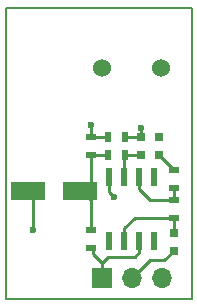
<source format=gbr>
G04 #@! TF.FileFunction,Copper,L1,Top,Signal*
%FSLAX46Y46*%
G04 Gerber Fmt 4.6, Leading zero omitted, Abs format (unit mm)*
G04 Created by KiCad (PCBNEW 4.0.7) date 01/15/18 15:16:35*
%MOMM*%
%LPD*%
G01*
G04 APERTURE LIST*
%ADD10C,0.100000*%
%ADD11C,0.150000*%
%ADD12R,3.000000X1.600000*%
%ADD13R,0.750000X0.800000*%
%ADD14R,0.500000X0.900000*%
%ADD15R,0.900000X0.500000*%
%ADD16R,0.600000X1.550000*%
%ADD17C,1.524000*%
%ADD18R,1.700000X1.700000*%
%ADD19O,1.700000X1.700000*%
%ADD20C,0.600000*%
%ADD21C,0.254000*%
G04 APERTURE END LIST*
D10*
D11*
X138176000Y-78740000D02*
X138176000Y-103378000D01*
X153924000Y-78740000D02*
X138176000Y-78740000D01*
X153924000Y-103378000D02*
X153924000Y-78740000D01*
X138176000Y-103378000D02*
X153924000Y-103378000D01*
D12*
X144440000Y-94234000D03*
X140040000Y-94234000D03*
D13*
X149606000Y-91174000D03*
X149606000Y-89674000D03*
X151130000Y-89674000D03*
X151130000Y-91174000D03*
X152400000Y-99302000D03*
X152400000Y-97802000D03*
D14*
X148324000Y-89662000D03*
X146824000Y-89662000D03*
X148324000Y-91186000D03*
X146824000Y-91186000D03*
D15*
X145415000Y-99048000D03*
X145415000Y-97548000D03*
X145415000Y-91174000D03*
X145415000Y-89674000D03*
X152400000Y-93968000D03*
X152400000Y-92468000D03*
X152400000Y-95008000D03*
X152400000Y-96508000D03*
D16*
X150749000Y-93058000D03*
X149479000Y-93058000D03*
X148209000Y-93058000D03*
X146939000Y-93058000D03*
X146939000Y-98458000D03*
X148209000Y-98458000D03*
X149479000Y-98458000D03*
X150749000Y-98458000D03*
D17*
X146344000Y-83820000D03*
X151344000Y-83820000D03*
D18*
X146304000Y-101600000D03*
D19*
X148844000Y-101600000D03*
X151384000Y-101600000D03*
D20*
X149606000Y-88900000D03*
X140462000Y-97536000D03*
X147320000Y-94742000D03*
X145415000Y-88646000D03*
D21*
X148209000Y-93058000D02*
X148209000Y-91301000D01*
X148209000Y-91301000D02*
X148324000Y-91186000D01*
X149606000Y-91174000D02*
X148336000Y-91174000D01*
X148336000Y-91174000D02*
X148324000Y-91186000D01*
X149606000Y-89674000D02*
X149606000Y-89154000D01*
X149606000Y-89154000D02*
X149606000Y-88900000D01*
X149606000Y-89674000D02*
X148336000Y-89674000D01*
X148336000Y-89674000D02*
X148324000Y-89662000D01*
X145415000Y-91174000D02*
X145415000Y-93472000D01*
X145415000Y-93472000D02*
X144653000Y-94234000D01*
X144653000Y-94234000D02*
X144440000Y-94234000D01*
X145415000Y-97548000D02*
X145415000Y-94996000D01*
X145415000Y-94996000D02*
X144653000Y-94234000D01*
X144653000Y-94234000D02*
X144440000Y-94234000D01*
X144526000Y-94234000D02*
X144440000Y-94234000D01*
X145415000Y-91174000D02*
X146812000Y-91174000D01*
X146812000Y-91174000D02*
X146824000Y-91186000D01*
X140040000Y-94234000D02*
X140462000Y-94656000D01*
X140462000Y-94656000D02*
X140462000Y-97536000D01*
X140462000Y-94656000D02*
X140462000Y-94996000D01*
X146939000Y-93058000D02*
X146939000Y-94361000D01*
X146939000Y-94361000D02*
X147320000Y-94742000D01*
X145415000Y-89674000D02*
X145415000Y-88646000D01*
X145415000Y-89674000D02*
X146812000Y-89674000D01*
X146812000Y-89674000D02*
X146824000Y-89662000D01*
X152400000Y-92468000D02*
X152400000Y-92444000D01*
X152400000Y-92444000D02*
X151130000Y-91174000D01*
X152400000Y-97802000D02*
X152400000Y-96508000D01*
X152400000Y-96508000D02*
X149110000Y-96508000D01*
X148209000Y-97409000D02*
X148209000Y-98458000D01*
X149110000Y-96508000D02*
X148209000Y-97409000D01*
X146304000Y-100330000D02*
X145796000Y-99822000D01*
X145542000Y-99568000D02*
X145542000Y-99175000D01*
X145796000Y-99822000D02*
X145542000Y-99568000D01*
X145542000Y-99175000D02*
X145415000Y-99048000D01*
X146304000Y-101600000D02*
X146304000Y-100330000D01*
X149479000Y-99441000D02*
X149479000Y-98458000D01*
X149098000Y-99822000D02*
X149479000Y-99441000D01*
X146812000Y-99822000D02*
X149098000Y-99822000D01*
X146304000Y-100330000D02*
X146812000Y-99822000D01*
X152400000Y-95008000D02*
X152400000Y-93968000D01*
X152400000Y-95008000D02*
X150380000Y-95008000D01*
X149479000Y-94107000D02*
X149479000Y-93058000D01*
X150380000Y-95008000D02*
X149479000Y-94107000D01*
X152400000Y-99302000D02*
X151626000Y-100076000D01*
X150368000Y-100076000D02*
X148844000Y-101600000D01*
X151626000Y-100076000D02*
X150368000Y-100076000D01*
M02*

</source>
